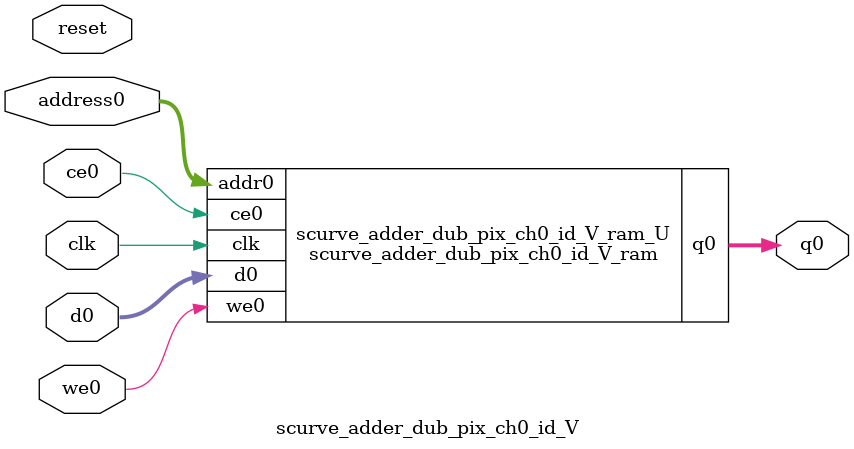
<source format=v>

`timescale 1 ns / 1 ps
module scurve_adder_dub_pix_ch0_id_V_ram (addr0, ce0, d0, we0, q0,  clk);

parameter DWIDTH = 5;
parameter AWIDTH = 8;
parameter MEM_SIZE = 192;

input[AWIDTH-1:0] addr0;
input ce0;
input[DWIDTH-1:0] d0;
input we0;
output reg[DWIDTH-1:0] q0;
input clk;

(* ram_style = "distributed" *)reg [DWIDTH-1:0] ram[MEM_SIZE-1:0];




always @(posedge clk)  
begin 
    if (ce0) 
    begin
        if (we0) 
        begin 
            ram[addr0] <= d0; 
            q0 <= d0;
        end 
        else 
            q0 <= ram[addr0];
    end
end


endmodule


`timescale 1 ns / 1 ps
module scurve_adder_dub_pix_ch0_id_V(
    reset,
    clk,
    address0,
    ce0,
    we0,
    d0,
    q0);

parameter DataWidth = 32'd5;
parameter AddressRange = 32'd192;
parameter AddressWidth = 32'd8;
input reset;
input clk;
input[AddressWidth - 1:0] address0;
input ce0;
input we0;
input[DataWidth - 1:0] d0;
output[DataWidth - 1:0] q0;



scurve_adder_dub_pix_ch0_id_V_ram scurve_adder_dub_pix_ch0_id_V_ram_U(
    .clk( clk ),
    .addr0( address0 ),
    .ce0( ce0 ),
    .d0( d0 ),
    .we0( we0 ),
    .q0( q0 ));

endmodule


</source>
